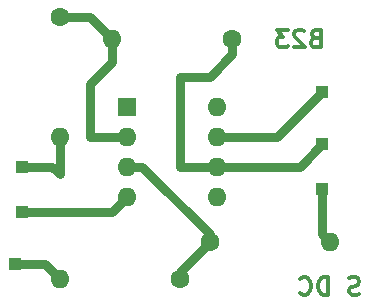
<source format=gbr>
G04 #@! TF.FileFunction,Copper,L2,Bot,Signal*
%FSLAX46Y46*%
G04 Gerber Fmt 4.6, Leading zero omitted, Abs format (unit mm)*
G04 Created by KiCad (PCBNEW 4.0.7) date 02/07/19 19:23:19*
%MOMM*%
%LPD*%
G01*
G04 APERTURE LIST*
%ADD10C,0.100000*%
%ADD11C,0.300000*%
%ADD12R,1.000000X1.000000*%
%ADD13C,1.600000*%
%ADD14O,1.600000X1.600000*%
%ADD15R,1.600000X1.600000*%
%ADD16C,0.750000*%
G04 APERTURE END LIST*
D10*
D11*
X166965000Y-99667143D02*
X166750714Y-99738571D01*
X166393571Y-99738571D01*
X166250714Y-99667143D01*
X166179285Y-99595714D01*
X166107857Y-99452857D01*
X166107857Y-99310000D01*
X166179285Y-99167143D01*
X166250714Y-99095714D01*
X166393571Y-99024286D01*
X166679285Y-98952857D01*
X166822143Y-98881429D01*
X166893571Y-98810000D01*
X166965000Y-98667143D01*
X166965000Y-98524286D01*
X166893571Y-98381429D01*
X166822143Y-98310000D01*
X166679285Y-98238571D01*
X166322143Y-98238571D01*
X166107857Y-98310000D01*
X164322143Y-99738571D02*
X164322143Y-98238571D01*
X163965000Y-98238571D01*
X163750715Y-98310000D01*
X163607857Y-98452857D01*
X163536429Y-98595714D01*
X163465000Y-98881429D01*
X163465000Y-99095714D01*
X163536429Y-99381429D01*
X163607857Y-99524286D01*
X163750715Y-99667143D01*
X163965000Y-99738571D01*
X164322143Y-99738571D01*
X161965000Y-99595714D02*
X162036429Y-99667143D01*
X162250715Y-99738571D01*
X162393572Y-99738571D01*
X162607857Y-99667143D01*
X162750715Y-99524286D01*
X162822143Y-99381429D01*
X162893572Y-99095714D01*
X162893572Y-98881429D01*
X162822143Y-98595714D01*
X162750715Y-98452857D01*
X162607857Y-98310000D01*
X162393572Y-98238571D01*
X162250715Y-98238571D01*
X162036429Y-98310000D01*
X161965000Y-98381429D01*
X163246428Y-77997857D02*
X163032142Y-78069286D01*
X162960714Y-78140714D01*
X162889285Y-78283571D01*
X162889285Y-78497857D01*
X162960714Y-78640714D01*
X163032142Y-78712143D01*
X163175000Y-78783571D01*
X163746428Y-78783571D01*
X163746428Y-77283571D01*
X163246428Y-77283571D01*
X163103571Y-77355000D01*
X163032142Y-77426429D01*
X162960714Y-77569286D01*
X162960714Y-77712143D01*
X163032142Y-77855000D01*
X163103571Y-77926429D01*
X163246428Y-77997857D01*
X163746428Y-77997857D01*
X162317857Y-77426429D02*
X162246428Y-77355000D01*
X162103571Y-77283571D01*
X161746428Y-77283571D01*
X161603571Y-77355000D01*
X161532142Y-77426429D01*
X161460714Y-77569286D01*
X161460714Y-77712143D01*
X161532142Y-77926429D01*
X162389285Y-78783571D01*
X161460714Y-78783571D01*
X160960714Y-77283571D02*
X160032143Y-77283571D01*
X160532143Y-77855000D01*
X160317857Y-77855000D01*
X160175000Y-77926429D01*
X160103571Y-77997857D01*
X160032143Y-78140714D01*
X160032143Y-78497857D01*
X160103571Y-78640714D01*
X160175000Y-78712143D01*
X160317857Y-78783571D01*
X160746429Y-78783571D01*
X160889286Y-78712143D01*
X160960714Y-78640714D01*
D12*
X163830000Y-82550000D03*
X138430000Y-92710000D03*
X137795000Y-97155000D03*
X163830000Y-86995000D03*
D13*
X154305000Y-95250000D03*
D14*
X164465000Y-95250000D03*
D13*
X141605000Y-76200000D03*
D14*
X141605000Y-86360000D03*
D13*
X151765000Y-98425000D03*
D14*
X141605000Y-98425000D03*
D13*
X156210000Y-78105000D03*
D14*
X146050000Y-78105000D03*
D15*
X147320000Y-83820000D03*
D14*
X154940000Y-91440000D03*
X147320000Y-86360000D03*
X154940000Y-88900000D03*
X147320000Y-88900000D03*
X154940000Y-86360000D03*
X147320000Y-91440000D03*
X154940000Y-83820000D03*
D12*
X163830000Y-90805000D03*
X138430000Y-88900000D03*
D16*
X154940000Y-86360000D02*
X160020000Y-86360000D01*
X160020000Y-86360000D02*
X163830000Y-82550000D01*
X138430000Y-92710000D02*
X146050000Y-92710000D01*
X146050000Y-92710000D02*
X147320000Y-91440000D01*
X137795000Y-97155000D02*
X140335000Y-97155000D01*
X140335000Y-97155000D02*
X141605000Y-98425000D01*
X156210000Y-78105000D02*
X156210000Y-79375000D01*
X151765000Y-88900000D02*
X154940000Y-88900000D01*
X151765000Y-81280000D02*
X151765000Y-88900000D01*
X154305000Y-81280000D02*
X151765000Y-81280000D01*
X156210000Y-79375000D02*
X154305000Y-81280000D01*
X154940000Y-88900000D02*
X161925000Y-88900000D01*
X161925000Y-88900000D02*
X163830000Y-86995000D01*
X151765000Y-98425000D02*
X151765000Y-97790000D01*
X151765000Y-97790000D02*
X154305000Y-95250000D01*
X147320000Y-88900000D02*
X148590000Y-88900000D01*
X148590000Y-88900000D02*
X154305000Y-94615000D01*
X154305000Y-94615000D02*
X154305000Y-95250000D01*
X163830000Y-90805000D02*
X163830000Y-94615000D01*
X163830000Y-94615000D02*
X164465000Y-95250000D01*
X146050000Y-78105000D02*
X146050000Y-80010000D01*
X144145000Y-86360000D02*
X147320000Y-86360000D01*
X144145000Y-81915000D02*
X144145000Y-86360000D01*
X146050000Y-80010000D02*
X144145000Y-81915000D01*
X141605000Y-76200000D02*
X144145000Y-76200000D01*
X144145000Y-76200000D02*
X146050000Y-78105000D01*
X141605000Y-86360000D02*
X141605000Y-89535000D01*
X140970000Y-88900000D02*
X138430000Y-88900000D01*
X141605000Y-89535000D02*
X140970000Y-88900000D01*
M02*

</source>
